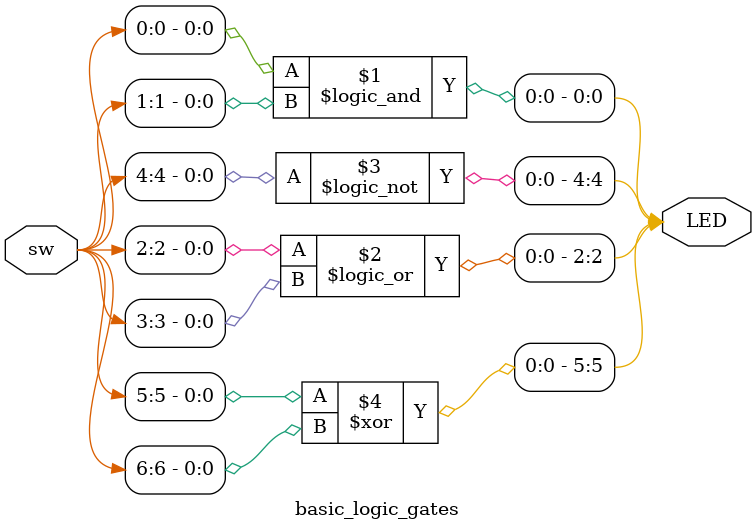
<source format=v>
`timescale 1ns / 1ps


module basic_logic_gates(
    input [15:0] sw,
    output [15:0] LED
    );
    
    assign LED[0] = sw[0] && sw[1]; //AND gate
    assign LED[2] = sw[2] || sw[3]; //OR gate
    assign LED[4] = !sw[4]; //NOT gate
    assign LED[5] = sw[5] ^ sw[6]; //XOR gate
endmodule

</source>
